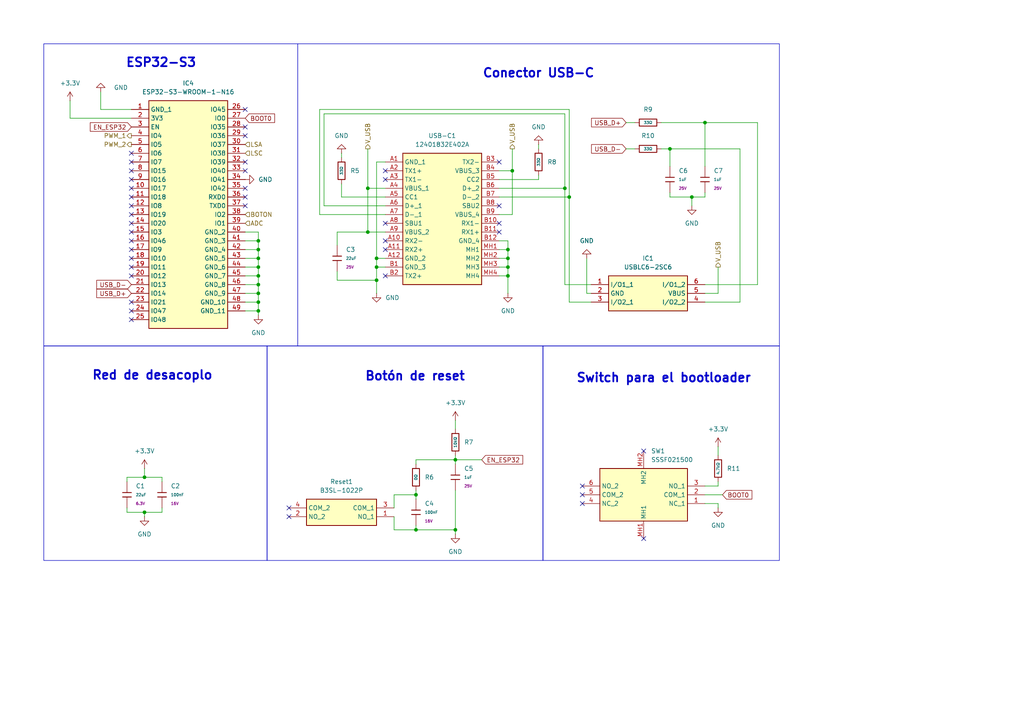
<source format=kicad_sch>
(kicad_sch (version 20250114) (generator "eeschema") (generator_version "9.0")
  (paper "A4")
  (lib_symbols
    (symbol "PCM_JLCPCB-Capacitors:0402,100nF" (pin_numbers (hide yes)) (pin_names (offset 0))
      (property "Reference" "C" (at 2.032 1.668 0))
      (property "Value" "100nF" (at 2.032 -0.3782 0))
      (property "Voltage Rated" "16V" (at 2.032 -2.0462 0))
      (symbol "0402,100nF_0_1"
        (polyline (pts (xy -1.27 0.635) (xy 1.27 0.635)) (stroke (width 0.254)))
        (polyline (pts (xy -1.27 -0.635) (xy 1.27 -0.635)) (stroke (width 0.254)))
      )
      (symbol "0402,100nF_1_1"
        (pin passive line (at 0 3.81 270) (length 3.175) (name "~") (number "1"))
        (pin passive line (at 0 -3.81 90) (length 3.175) (name "~") (number "2"))
      )
    )
    (symbol "PCM_JLCPCB-Capacitors:0402,1uF" (pin_numbers (hide yes)) (pin_names (offset 0))
      (property "Reference" "C" (at 2.032 1.668 0))
      (property "Value" "1uF" (at 2.032 -0.3782 0))
      (property "Voltage Rated" "25V" (at 2.032 -2.0462 0))
      (symbol "0402,1uF_0_1"
        (polyline (pts (xy -1.27 0.635) (xy 1.27 0.635)) (stroke (width 0.254)))
        (polyline (pts (xy -1.27 -0.635) (xy 1.27 -0.635)) (stroke (width 0.254)))
      )
      (symbol "0402,1uF_1_1"
        (pin passive line (at 0 3.81 270) (length 3.175) (name "~") (number "1"))
        (pin passive line (at 0 -3.81 90) (length 3.175) (name "~") (number "2"))
      )
    )
    (symbol "PCM_JLCPCB-Capacitors:0603,22uF" (pin_numbers (hide yes)) (pin_names (offset 0))
      (property "Reference" "C" (at 2.032 1.668 0))
      (property "Value" "22uF" (at 2.032 -0.3782 0))
      (property "Voltage Rated" "6.3V" (at 2.032 -2.0462 0))
      (symbol "0603,22uF_0_1"
        (polyline (pts (xy -1.27 0.635) (xy 1.27 0.635)) (stroke (width 0.254)))
        (polyline (pts (xy -1.27 -0.635) (xy 1.27 -0.635)) (stroke (width 0.254)))
      )
      (symbol "0603,22uF_1_1"
        (pin passive line (at 0 3.81 270) (length 3.175) (name "~") (number "1"))
        (pin passive line (at 0 -3.81 90) (length 3.175) (name "~") (number "2"))
      )
    )
    (symbol "PCM_JLCPCB-Capacitors:0805,22uF" (pin_numbers (hide yes)) (pin_names (offset 0))
      (property "Reference" "C" (at 2.032 1.668 0))
      (property "Value" "22uF" (at 2.032 -0.3782 0))
      (property "Voltage Rated" "25V" (at 2.032 -2.0462 0))
      (symbol "0805,22uF_0_1"
        (polyline (pts (xy -1.27 0.635) (xy 1.27 0.635)) (stroke (width 0.254)))
        (polyline (pts (xy -1.27 -0.635) (xy 1.27 -0.635)) (stroke (width 0.254)))
      )
      (symbol "0805,22uF_1_1"
        (pin passive line (at 0 3.81 270) (length 3.175) (name "~") (number "1"))
        (pin passive line (at 0 -3.81 90) (length 3.175) (name "~") (number "2"))
      )
    )
    (symbol "PCM_JLCPCB-Resistors:0402,0Ω" (pin_numbers (hide yes)) (pin_names (offset 0))
      (property "Reference" "R" (at 1.778 0 0))
      (property "Value" "0Ω" (at 0 0 90))
      (symbol "0402,0Ω_0_1"
        (rectangle (start -1.016 2.54) (end 1.016 -2.54) (stroke (width 0.254)))
      )
      (symbol "0402,0Ω_1_1"
        (pin passive line (at 0 3.81 270) (length 1.27) (name "~") (number "1"))
        (pin passive line (at 0 -3.81 90) (length 1.27) (name "~") (number "2"))
      )
    )
    (symbol "PCM_JLCPCB-Resistors:0603,33Ω" (pin_numbers (hide yes)) (pin_names (offset 0))
      (property "Reference" "R" (at 1.778 0 0))
      (property "Value" "33Ω" (at 0 0 90))
      (symbol "0603,33Ω_0_1"
        (rectangle (start -1.016 2.54) (end 1.016 -2.54) (stroke (width 0.254)))
      )
      (symbol "0603,33Ω_1_1"
        (pin passive line (at 0 3.81 270) (length 1.27) (name "~") (number "1"))
        (pin passive line (at 0 -3.81 90) (length 1.27) (name "~") (number "2"))
      )
    )
    (symbol "PCM_JLCPCB-Resistors:0603,4.7kΩ" (pin_numbers (hide yes)) (pin_names (offset 0))
      (property "Reference" "R" (at 1.778 0 0))
      (property "Value" "4.7kΩ" (at 0 0 90))
      (symbol "0603,4.7kΩ_0_1"
        (rectangle (start -1.016 2.54) (end 1.016 -2.54) (stroke (width 0.254)))
      )
      (symbol "0603,4.7kΩ_1_1"
        (pin passive line (at 0 3.81 270) (length 1.27) (name "~") (number "1"))
        (pin passive line (at 0 -3.81 90) (length 1.27) (name "~") (number "2"))
      )
    )
    (symbol "PCM_JLCPCB-Resistors:0805,10kΩ" (pin_numbers (hide yes)) (pin_names (offset 0))
      (property "Reference" "R" (at 1.778 0 0))
      (property "Value" "10kΩ" (at 0 0 90))
      (symbol "0805,10kΩ_0_1"
        (rectangle (start -1.016 2.54) (end 1.016 -2.54) (stroke (width 0.254)))
      )
      (symbol "0805,10kΩ_1_1"
        (pin passive line (at 0 3.81 270) (length 1.27) (name "~") (number "1"))
        (pin passive line (at 0 -3.81 90) (length 1.27) (name "~") (number "2"))
      )
    )
    (symbol "SamacSys_Parts:12401832E402A"
      (property "Reference" "J" (at 29.21 7.62 0))
      (property "Value" "12401832E402A" (at 29.21 5.08 0))
      (symbol "12401832E402A_1_1"
        (rectangle (start 5.08 2.54) (end 27.94 -35.56) (stroke (width 0.254)) (fill (type background)))
        (pin passive line (at 0 0 0) (length 5.08) (name "GND_1") (number "A1"))
        (pin passive line (at 0 -2.54 0) (length 5.08) (name "TX1+") (number "A2"))
        (pin passive line (at 0 -5.08 0) (length 5.08) (name "TX1-") (number "A3"))
        (pin passive line (at 0 -7.62 0) (length 5.08) (name "VBUS_1") (number "A4"))
        (pin passive line (at 0 -10.16 0) (length 5.08) (name "CC1") (number "A5"))
        (pin passive line (at 0 -12.7 0) (length 5.08) (name "D+_1") (number "A6"))
        (pin passive line (at 0 -15.24 0) (length 5.08) (name "D-_1") (number "A7"))
        (pin passive line (at 0 -17.78 0) (length 5.08) (name "SBU1") (number "A8"))
        (pin passive line (at 0 -20.32 0) (length 5.08) (name "VBUS_2") (number "A9"))
        (pin passive line (at 0 -22.86 0) (length 5.08) (name "RX2-") (number "A10"))
        (pin passive line (at 0 -25.4 0) (length 5.08) (name "RX2+") (number "A11"))
        (pin passive line (at 0 -27.94 0) (length 5.08) (name "GND_2") (number "A12"))
        (pin passive line (at 0 -30.48 0) (length 5.08) (name "GND_3") (number "B1"))
        (pin passive line (at 0 -33.02 0) (length 5.08) (name "TX2+") (number "B2"))
        (pin passive line (at 33.02 0 180) (length 5.08) (name "TX2-") (number "B3"))
        (pin passive line (at 33.02 -2.54 180) (length 5.08) (name "VBUS_3") (number "B4"))
        (pin passive line (at 33.02 -5.08 180) (length 5.08) (name "CC2") (number "B5"))
        (pin passive line (at 33.02 -7.62 180) (length 5.08) (name "D+_2") (number "B6"))
        (pin passive line (at 33.02 -10.16 180) (length 5.08) (name "D-_2") (number "B7"))
        (pin passive line (at 33.02 -12.7 180) (length 5.08) (name "SBU2") (number "B8"))
        (pin passive line (at 33.02 -15.24 180) (length 5.08) (name "VBUS_4") (number "B9"))
        (pin passive line (at 33.02 -17.78 180) (length 5.08) (name "RX1-") (number "B10"))
        (pin passive line (at 33.02 -20.32 180) (length 5.08) (name "RX1+") (number "B11"))
        (pin passive line (at 33.02 -22.86 180) (length 5.08) (name "GND_4") (number "B12"))
        (pin passive line (at 33.02 -25.4 180) (length 5.08) (name "MH1") (number "MH1"))
        (pin passive line (at 33.02 -27.94 180) (length 5.08) (name "MH2") (number "MH2"))
        (pin passive line (at 33.02 -30.48 180) (length 5.08) (name "MH3") (number "MH3"))
        (pin passive line (at 33.02 -33.02 180) (length 5.08) (name "MH4") (number "MH4"))
      )
    )
    (symbol "SamacSys_Parts:B3SL-1022P"
      (property "Reference" "S" (at 26.67 7.62 0))
      (property "Value" "B3SL-1022P" (at 26.67 5.08 0))
      (symbol "B3SL-1022P_1_1"
        (rectangle (start 5.08 2.54) (end 25.4 -5.08) (stroke (width 0.254)) (fill (type background)))
        (pin passive line (at 0 0 0) (length 5.08) (name "COM_2") (number "4"))
        (pin passive line (at 0 -2.54 0) (length 5.08) (name "NO_2") (number "2"))
        (pin passive line (at 30.48 0 180) (length 5.08) (name "COM_1") (number "3"))
        (pin passive line (at 30.48 -2.54 180) (length 5.08) (name "NO_1") (number "1"))
      )
    )
    (symbol "SamacSys_Parts:ESP32-S3-WROOM-1-N16"
      (property "Reference" "IC" (at 29.21 7.62 0))
      (property "Value" "ESP32-S3-WROOM-1-N16" (at 29.21 5.08 0))
      (symbol "ESP32-S3-WROOM-1-N16_1_1"
        (rectangle (start 5.08 2.54) (end 27.94 -63.5) (stroke (width 0.254)) (fill (type background)))
        (pin passive line (at 0 0 0) (length 5.08) (name "GND_1") (number "1"))
        (pin passive line (at 0 -2.54 0) (length 5.08) (name "3V3") (number "2"))
        (pin passive line (at 0 -5.08 0) (length 5.08) (name "EN") (number "3"))
        (pin passive line (at 0 -7.62 0) (length 5.08) (name "IO4") (number "4"))
        (pin passive line (at 0 -10.16 0) (length 5.08) (name "IO5") (number "5"))
        (pin passive line (at 0 -12.7 0) (length 5.08) (name "IO6") (number "6"))
        (pin passive line (at 0 -15.24 0) (length 5.08) (name "IO7") (number "7"))
        (pin passive line (at 0 -17.78 0) (length 5.08) (name "IO15") (number "8"))
        (pin passive line (at 0 -20.32 0) (length 5.08) (name "IO16") (number "9"))
        (pin passive line (at 0 -22.86 0) (length 5.08) (name "IO17") (number "10"))
        (pin passive line (at 0 -25.4 0) (length 5.08) (name "IO18") (number "11"))
        (pin passive line (at 0 -27.94 0) (length 5.08) (name "IO8") (number "12"))
        (pin passive line (at 0 -30.48 0) (length 5.08) (name "IO19") (number "13"))
        (pin passive line (at 0 -33.02 0) (length 5.08) (name "IO20") (number "14"))
        (pin passive line (at 0 -35.56 0) (length 5.08) (name "IO3") (number "15"))
        (pin passive line (at 0 -38.1 0) (length 5.08) (name "IO46") (number "16"))
        (pin passive line (at 0 -40.64 0) (length 5.08) (name "IO9") (number "17"))
        (pin passive line (at 0 -43.18 0) (length 5.08) (name "IO10") (number "18"))
        (pin passive line (at 0 -45.72 0) (length 5.08) (name "IO11") (number "19"))
        (pin passive line (at 0 -48.26 0) (length 5.08) (name "IO12") (number "20"))
        (pin passive line (at 0 -50.8 0) (length 5.08) (name "IO13") (number "21"))
        (pin passive line (at 0 -53.34 0) (length 5.08) (name "IO14") (number "22"))
        (pin passive line (at 0 -55.88 0) (length 5.08) (name "IO21") (number "23"))
        (pin passive line (at 0 -58.42 0) (length 5.08) (name "IO47") (number "24"))
        (pin passive line (at 0 -60.96 0) (length 5.08) (name "IO48") (number "25"))
        (pin passive line (at 33.02 0 180) (length 5.08) (name "IO45") (number "26"))
        (pin passive line (at 33.02 -2.54 180) (length 5.08) (name "IO0") (number "27"))
        (pin passive line (at 33.02 -5.08 180) (length 5.08) (name "IO35") (number "28"))
        (pin passive line (at 33.02 -7.62 180) (length 5.08) (name "IO36") (number "29"))
        (pin passive line (at 33.02 -10.16 180) (length 5.08) (name "IO37") (number "30"))
        (pin passive line (at 33.02 -12.7 180) (length 5.08) (name "IO38") (number "31"))
        (pin passive line (at 33.02 -15.24 180) (length 5.08) (name "IO39") (number "32"))
        (pin passive line (at 33.02 -17.78 180) (length 5.08) (name "IO40") (number "33"))
        (pin passive line (at 33.02 -20.32 180) (length 5.08) (name "IO41") (number "34"))
        (pin passive line (at 33.02 -22.86 180) (length 5.08) (name "IO42") (number "35"))
        (pin passive line (at 33.02 -25.4 180) (length 5.08) (name "RXD0") (number "36"))
        (pin passive line (at 33.02 -27.94 180) (length 5.08) (name "TXD0") (number "37"))
        (pin passive line (at 33.02 -30.48 180) (length 5.08) (name "IO2") (number "38"))
        (pin passive line (at 33.02 -33.02 180) (length 5.08) (name "IO1") (number "39"))
        (pin passive line (at 33.02 -35.56 180) (length 5.08) (name "GND_2") (number "40"))
        (pin passive line (at 33.02 -38.1 180) (length 5.08) (name "GND_3") (number "41"))
        (pin passive line (at 33.02 -40.64 180) (length 5.08) (name "GND_4") (number "42"))
        (pin passive line (at 33.02 -43.18 180) (length 5.08) (name "GND_5") (number "43"))
        (pin passive line (at 33.02 -45.72 180) (length 5.08) (name "GND_6") (number "44"))
        (pin passive line (at 33.02 -48.26 180) (length 5.08) (name "GND_7") (number "45"))
        (pin passive line (at 33.02 -50.8 180) (length 5.08) (name "GND_8") (number "46"))
        (pin passive line (at 33.02 -53.34 180) (length 5.08) (name "GND_9") (number "47"))
        (pin passive line (at 33.02 -55.88 180) (length 5.08) (name "GND_10") (number "48"))
        (pin passive line (at 33.02 -58.42 180) (length 5.08) (name "GND_11") (number "49"))
      )
    )
    (symbol "SamacSys_Parts:SSSF021500"
      (property "Reference" "S" (at 21.59 17.78 0))
      (property "Value" "SSSF021500" (at 21.59 15.24 0))
      (symbol "SSSF021500_1_1"
        (rectangle (start 5.08 12.7) (end 20.32 -12.7) (stroke (width 0.254)) (fill (type background)))
        (pin passive line (at 0 0 0) (length 5.08) (name "MH1") (number "MH1"))
        (pin passive line (at 10.16 17.78 270) (length 5.08) (name "NC_2") (number "4"))
        (pin passive line (at 10.16 -17.78 90) (length 5.08) (name "NC_1") (number "1"))
        (pin passive line (at 12.7 17.78 270) (length 5.08) (name "COM_2") (number "5"))
        (pin passive line (at 12.7 -17.78 90) (length 5.08) (name "COM_1") (number "2"))
        (pin passive line (at 15.24 17.78 270) (length 5.08) (name "NO_2") (number "6"))
        (pin passive line (at 15.24 -17.78 90) (length 5.08) (name "NO_1") (number "3"))
        (pin passive line (at 25.4 0 180) (length 5.08) (name "MH2") (number "MH2"))
      )
    )
    (symbol "SamacSys_Parts:USBLC6-2SC6"
      (property "Reference" "IC" (at 29.21 7.62 0))
      (property "Value" "USBLC6-2SC6" (at 29.21 5.08 0))
      (symbol "USBLC6-2SC6_1_1"
        (rectangle (start 5.08 2.54) (end 27.94 -7.62) (stroke (width 0.254)) (fill (type background)))
        (pin passive line (at 0 0 0) (length 5.08) (name "I/O1_1") (number "1"))
        (pin passive line (at 0 -2.54 0) (length 5.08) (name "GND") (number "2"))
        (pin passive line (at 0 -5.08 0) (length 5.08) (name "I/O2_1") (number "3"))
        (pin passive line (at 33.02 0 180) (length 5.08) (name "I/O1_2") (number "6"))
        (pin passive line (at 33.02 -2.54 180) (length 5.08) (name "VBUS") (number "5"))
        (pin passive line (at 33.02 -5.08 180) (length 5.08) (name "I/O2_2") (number "4"))
      )
    )
    (symbol "power:+3.3V" (power) (pin_numbers (hide yes)) (pin_names (offset 0) (hide yes))
      (property "Value" "+3.3V" (at 0 3.556 0))
      (symbol "+3.3V_0_1"
        (polyline (pts (xy -0.762 1.27) (xy 0 2.54)))
        (polyline (pts (xy 0 2.54) (xy 0.762 1.27)))
        (polyline (pts (xy 0 0) (xy 0 2.54)))
      )
      (symbol "+3.3V_1_1"
        (pin power_in line (at 0 0 90) (length 0) (name "~") (number "1"))
      )
    )
    (symbol "power:GND" (power) (pin_numbers (hide yes)) (pin_names (offset 0) (hide yes))
      (property "Value" "GND" (at 0 -3.81 0))
      (symbol "GND_0_1"
        (polyline (pts (xy 0 0) (xy 0 -1.27) (xy 1.27 -1.27) (xy 0 -2.54) (xy -1.27 -1.27) (xy 0 -1.27)))
      )
      (symbol "GND_1_1"
        (pin power_in line (at 0 0 270) (length 0) (name "~") (number "1"))
      )
    )
  )
  (rectangle (start 86.36 12.7) (end 226.06 100.33))
  (rectangle (start 12.7 12.7) (end 86.36 100.33))
  (rectangle (start 77.47 100.33) (end 157.48 162.56))
  (rectangle (start 157.48 100.33) (end 226.06 162.56))
  (rectangle (start 12.7 100.33) (end 77.47 162.56))
  (text "Switch para el bootloader" (at 192.532 109.728 0) (effects (font (size 2.54 2.54) (thickness 0.508) (bold yes))))
  (text "Conector USB-C" (at 156.21 21.336 0) (effects (font (size 2.54 2.54) (thickness 0.508) (bold yes))))
  (text "ESP32-S3" (at 46.736 18.288 0) (effects (font (size 2.54 2.54) (thickness 0.508) (bold yes))))
  (text "Botón de reset" (at 120.396 109.22 0) (effects (font (size 2.54 2.54) (thickness 0.508) (bold yes))))
  (text "Red de desacoplo" (at 44.196 108.966 0) (effects (font (size 2.54 2.54) (thickness 0.508) (bold yes))))
  (junction (at 109.22 74.93))
  (junction (at 74.93 74.93))
  (junction (at 194.31 43.18))
  (junction (at 74.93 90.17))
  (junction (at 163.83 54.61))
  (junction (at 147.32 74.93))
  (junction (at 147.32 72.39))
  (junction (at 120.65 143.51))
  (junction (at 74.93 85.09))
  (junction (at 106.68 67.31))
  (junction (at 74.93 72.39))
  (junction (at 165.1 57.15))
  (junction (at 147.32 80.01))
  (junction (at 132.08 133.35))
  (junction (at 74.93 87.63))
  (junction (at 106.68 54.61))
  (junction (at 74.93 80.01))
  (junction (at 147.32 77.47))
  (junction (at 109.22 81.28))
  (junction (at 120.65 153.67))
  (junction (at 74.93 82.55))
  (junction (at 132.08 153.67))
  (junction (at 204.47 35.56))
  (junction (at 41.91 138.43))
  (junction (at 74.93 77.47))
  (junction (at 74.93 69.85))
  (junction (at 41.91 148.59))
  (junction (at 109.22 77.47))
  (junction (at 148.59 49.53))
  (junction (at 200.66 57.15))
  (no_connect (at 111.76 69.85))
  (no_connect (at 38.1 44.45))
  (no_connect (at 38.1 90.17))
  (no_connect (at 144.78 64.77))
  (no_connect (at 111.76 49.53))
  (no_connect (at 168.91 146.05))
  (no_connect (at 111.76 64.77))
  (no_connect (at 144.78 59.69))
  (no_connect (at 38.1 80.01))
  (no_connect (at 83.82 149.86))
  (no_connect (at 71.12 57.15))
  (no_connect (at 71.12 49.53))
  (no_connect (at 38.1 54.61))
  (no_connect (at 38.1 69.85))
  (no_connect (at 38.1 59.69))
  (no_connect (at 38.1 77.47))
  (no_connect (at 144.78 46.99))
  (no_connect (at 38.1 87.63))
  (no_connect (at 38.1 57.15))
  (no_connect (at 38.1 64.77))
  (no_connect (at 38.1 62.23))
  (no_connect (at 71.12 39.37))
  (no_connect (at 71.12 59.69))
  (no_connect (at 38.1 49.53))
  (no_connect (at 38.1 52.07))
  (no_connect (at 186.69 130.81))
  (no_connect (at 71.12 54.61))
  (no_connect (at 38.1 46.99))
  (no_connect (at 71.12 46.99))
  (no_connect (at 168.91 140.97))
  (no_connect (at 83.82 147.32))
  (no_connect (at 71.12 36.83))
  (no_connect (at 144.78 67.31))
  (no_connect (at 168.91 143.51))
  (no_connect (at 38.1 67.31))
  (no_connect (at 111.76 80.01))
  (no_connect (at 38.1 72.39))
  (no_connect (at 111.76 52.07))
  (no_connect (at 111.76 72.39))
  (no_connect (at 38.1 74.93))
  (no_connect (at 71.12 31.75))
  (no_connect (at 186.69 156.21))
  (no_connect (at 38.1 92.71))
  (wire (pts (xy 74.93 91.44) (xy 74.93 90.17)))
  (wire (pts (xy 147.32 69.85) (xy 144.78 69.85)))
  (wire (pts (xy 120.65 152.4) (xy 120.65 153.67)))
  (wire (pts (xy 71.12 90.17) (xy 74.93 90.17)))
  (wire (pts (xy 204.47 146.05) (xy 208.28 146.05)))
  (wire (pts (xy 219.71 82.55) (xy 219.71 35.56)))
  (wire (pts (xy 165.1 57.15) (xy 144.78 57.15)))
  (wire (pts (xy 74.93 90.17) (xy 74.93 87.63)))
  (wire (pts (xy 208.28 140.97) (xy 208.28 139.7)))
  (wire (pts (xy 214.63 87.63) (xy 214.63 43.18)))
  (wire (pts (xy 147.32 80.01) (xy 147.32 85.09)))
  (wire (pts (xy 208.28 146.05) (xy 208.28 147.32)))
  (wire (pts (xy 71.12 72.39) (xy 74.93 72.39)))
  (wire (pts (xy 204.47 57.15) (xy 204.47 55.88)))
  (wire (pts (xy 20.32 29.21) (xy 20.32 34.29)))
  (wire (pts (xy 106.68 67.31) (xy 106.68 54.61)))
  (wire (pts (xy 184.15 35.56) (xy 181.61 35.56)))
  (wire (pts (xy 204.47 140.97) (xy 208.28 140.97)))
  (wire (pts (xy 191.77 35.56) (xy 204.47 35.56)))
  (wire (pts (xy 114.3 147.32) (xy 114.3 143.51)))
  (wire (pts (xy 20.32 34.29) (xy 38.1 34.29)))
  (wire (pts (xy 204.47 35.56) (xy 204.47 48.26)))
  (wire (pts (xy 144.78 74.93) (xy 147.32 74.93)))
  (wire (pts (xy 109.22 74.93) (xy 111.76 74.93)))
  (wire (pts (xy 109.22 77.47) (xy 109.22 81.28)))
  (wire (pts (xy 93.98 59.69) (xy 93.98 33.02)))
  (wire (pts (xy 147.32 80.01) (xy 147.32 77.47)))
  (wire (pts (xy 29.21 31.75) (xy 38.1 31.75)))
  (wire (pts (xy 132.08 121.92) (xy 132.08 124.46)))
  (wire (pts (xy 170.18 85.09) (xy 171.45 85.09)))
  (wire (pts (xy 144.78 52.07) (xy 156.21 52.07)))
  (wire (pts (xy 99.06 44.45) (xy 99.06 45.72)))
  (wire (pts (xy 148.59 49.53) (xy 148.59 43.18)))
  (wire (pts (xy 114.3 143.51) (xy 120.65 143.51)))
  (wire (pts (xy 165.1 87.63) (xy 165.1 57.15)))
  (wire (pts (xy 92.71 62.23) (xy 92.71 31.75)))
  (wire (pts (xy 163.83 82.55) (xy 163.83 54.61)))
  (wire (pts (xy 144.78 77.47) (xy 147.32 77.47)))
  (wire (pts (xy 71.12 74.93) (xy 74.93 74.93)))
  (wire (pts (xy 97.79 67.31) (xy 106.68 67.31)))
  (wire (pts (xy 194.31 57.15) (xy 200.66 57.15)))
  (wire (pts (xy 109.22 77.47) (xy 109.22 74.93)))
  (wire (pts (xy 74.93 85.09) (xy 74.93 82.55)))
  (wire (pts (xy 120.65 133.35) (xy 132.08 133.35)))
  (wire (pts (xy 46.99 147.32) (xy 46.99 148.59)))
  (wire (pts (xy 156.21 52.07) (xy 156.21 50.8)))
  (wire (pts (xy 163.83 54.61) (xy 144.78 54.61)))
  (wire (pts (xy 36.83 148.59) (xy 41.91 148.59)))
  (wire (pts (xy 74.93 82.55) (xy 74.93 80.01)))
  (wire (pts (xy 144.78 72.39) (xy 147.32 72.39)))
  (wire (pts (xy 144.78 49.53) (xy 148.59 49.53)))
  (wire (pts (xy 191.77 43.18) (xy 194.31 43.18)))
  (wire (pts (xy 204.47 82.55) (xy 219.71 82.55)))
  (wire (pts (xy 97.79 81.28) (xy 109.22 81.28)))
  (wire (pts (xy 36.83 138.43) (xy 41.91 138.43)))
  (wire (pts (xy 208.28 129.54) (xy 208.28 132.08)))
  (wire (pts (xy 93.98 33.02) (xy 163.83 33.02)))
  (wire (pts (xy 171.45 82.55) (xy 163.83 82.55)))
  (wire (pts (xy 106.68 54.61) (xy 111.76 54.61)))
  (wire (pts (xy 111.76 59.69) (xy 93.98 59.69)))
  (wire (pts (xy 114.3 153.67) (xy 120.65 153.67)))
  (wire (pts (xy 171.45 87.63) (xy 165.1 87.63)))
  (wire (pts (xy 170.18 74.93) (xy 170.18 85.09)))
  (wire (pts (xy 29.21 26.67) (xy 29.21 31.75)))
  (wire (pts (xy 120.65 142.24) (xy 120.65 143.51)))
  (wire (pts (xy 106.68 43.18) (xy 106.68 54.61)))
  (wire (pts (xy 41.91 148.59) (xy 46.99 148.59)))
  (wire (pts (xy 144.78 80.01) (xy 147.32 80.01)))
  (wire (pts (xy 132.08 153.67) (xy 132.08 154.94)))
  (wire (pts (xy 132.08 132.08) (xy 132.08 133.35)))
  (wire (pts (xy 41.91 135.89) (xy 41.91 138.43)))
  (wire (pts (xy 71.12 87.63) (xy 74.93 87.63)))
  (wire (pts (xy 111.76 46.99) (xy 109.22 46.99)))
  (wire (pts (xy 74.93 69.85) (xy 74.93 67.31)))
  (wire (pts (xy 204.47 87.63) (xy 214.63 87.63)))
  (wire (pts (xy 36.83 139.7) (xy 36.83 138.43)))
  (wire (pts (xy 71.12 77.47) (xy 74.93 77.47)))
  (wire (pts (xy 204.47 143.51) (xy 209.55 143.51)))
  (wire (pts (xy 36.83 147.32) (xy 36.83 148.59)))
  (wire (pts (xy 165.1 31.75) (xy 165.1 57.15)))
  (wire (pts (xy 74.93 80.01) (xy 74.93 77.47)))
  (wire (pts (xy 204.47 85.09) (xy 208.28 85.09)))
  (wire (pts (xy 99.06 53.34) (xy 99.06 57.15)))
  (wire (pts (xy 200.66 57.15) (xy 204.47 57.15)))
  (wire (pts (xy 74.93 74.93) (xy 74.93 72.39)))
  (wire (pts (xy 92.71 31.75) (xy 165.1 31.75)))
  (wire (pts (xy 120.65 153.67) (xy 132.08 153.67)))
  (wire (pts (xy 132.08 133.35) (xy 139.7 133.35)))
  (wire (pts (xy 109.22 81.28) (xy 109.22 85.09)))
  (wire (pts (xy 74.93 77.47) (xy 74.93 74.93)))
  (wire (pts (xy 144.78 62.23) (xy 148.59 62.23)))
  (wire (pts (xy 74.93 87.63) (xy 74.93 85.09)))
  (wire (pts (xy 132.08 133.35) (xy 132.08 134.62)))
  (wire (pts (xy 219.71 35.56) (xy 204.47 35.56)))
  (wire (pts (xy 97.79 71.12) (xy 97.79 67.31)))
  (wire (pts (xy 74.93 72.39) (xy 74.93 69.85)))
  (wire (pts (xy 200.66 57.15) (xy 200.66 59.69)))
  (wire (pts (xy 74.93 67.31) (xy 71.12 67.31)))
  (wire (pts (xy 109.22 46.99) (xy 109.22 74.93)))
  (wire (pts (xy 156.21 41.91) (xy 156.21 43.18)))
  (wire (pts (xy 71.12 69.85) (xy 74.93 69.85)))
  (wire (pts (xy 147.32 72.39) (xy 147.32 69.85)))
  (wire (pts (xy 147.32 74.93) (xy 147.32 72.39)))
  (wire (pts (xy 41.91 138.43) (xy 46.99 138.43)))
  (wire (pts (xy 99.06 57.15) (xy 111.76 57.15)))
  (wire (pts (xy 120.65 133.35) (xy 120.65 134.62)))
  (wire (pts (xy 46.99 138.43) (xy 46.99 139.7)))
  (wire (pts (xy 111.76 67.31) (xy 106.68 67.31)))
  (wire (pts (xy 41.91 148.59) (xy 41.91 149.86)))
  (wire (pts (xy 114.3 149.86) (xy 114.3 153.67)))
  (wire (pts (xy 97.79 78.74) (xy 97.79 81.28)))
  (wire (pts (xy 71.12 80.01) (xy 74.93 80.01)))
  (wire (pts (xy 120.65 143.51) (xy 120.65 144.78)))
  (wire (pts (xy 194.31 43.18) (xy 214.63 43.18)))
  (wire (pts (xy 148.59 62.23) (xy 148.59 49.53)))
  (wire (pts (xy 71.12 85.09) (xy 74.93 85.09)))
  (wire (pts (xy 132.08 142.24) (xy 132.08 153.67)))
  (wire (pts (xy 147.32 77.47) (xy 147.32 74.93)))
  (wire (pts (xy 184.15 43.18) (xy 181.61 43.18)))
  (wire (pts (xy 194.31 55.88) (xy 194.31 57.15)))
  (wire (pts (xy 163.83 33.02) (xy 163.83 54.61)))
  (wire (pts (xy 194.31 43.18) (xy 194.31 48.26)))
  (wire (pts (xy 71.12 82.55) (xy 74.93 82.55)))
  (wire (pts (xy 109.22 77.47) (xy 111.76 77.47)))
  (wire (pts (xy 111.76 62.23) (xy 92.71 62.23)))
  (wire (pts (xy 208.28 85.09) (xy 208.28 77.47)))
  (global_label "USB_D+" (shape input) (at 181.61 35.56 180) (property "Intersheetrefs" "${INTERSHEET_REFS}" (effects (hide yes))))
  (global_label "BOOT0" (shape input) (at 209.55 143.51 0) (property "Intersheetrefs" "${INTERSHEET_REFS}" (effects (hide yes))))
  (global_label "EN_ESP32" (shape input) (at 139.7 133.35 0) (property "Intersheetrefs" "${INTERSHEET_REFS}" (effects (hide yes))))
  (global_label "EN_ESP32" (shape input) (at 38.1 36.83 180) (property "Intersheetrefs" "${INTERSHEET_REFS}" (effects (hide yes))))
  (global_label "BOOT0" (shape input) (at 71.12 34.29 0) (property "Intersheetrefs" "${INTERSHEET_REFS}" (effects (hide yes))))
  (global_label "USB_D-" (shape input) (at 181.61 43.18 180) (property "Intersheetrefs" "${INTERSHEET_REFS}" (effects (hide yes))))
  (global_label "USB_D-" (shape input) (at 38.1 82.55 180) (property "Intersheetrefs" "${INTERSHEET_REFS}" (effects (hide yes))))
  (global_label "USB_D+" (shape input) (at 38.1 85.09 180) (property "Intersheetrefs" "${INTERSHEET_REFS}" (effects (hide yes))))
  (hierarchical_label "V_USB" (shape output) (at 208.28 77.47 90))
  (hierarchical_label "V_USB" (shape output) (at 106.68 43.18 90))
  (hierarchical_label "BOTON" (shape input) (at 71.12 62.23 0))
  (hierarchical_label "LSC" (shape input) (at 71.12 44.45 0))
  (hierarchical_label "LSA" (shape input) (at 71.12 41.91 0))
  (hierarchical_label "V_USB" (shape output) (at 148.59 43.18 90))
  (hierarchical_label "ADC" (shape input) (at 71.12 64.77 0))
  (hierarchical_label "PWM_1" (shape output) (at 38.1 39.37 180))
  (hierarchical_label "PWM_2" (shape output) (at 38.1 41.91 180))
  (symbol (lib_id "power:+3.3V") (at 132.08 121.92 0) (unit 1)
    (property "Reference" "#PWR016" (effects (hide yes)))
    (property "Value" "+3.3V" (at 132.08 116.84 0))
    (property "Description" "Power symbol creates a global label with name \"+3.3V\"" (effects (hide yes)))
  )
  (symbol (lib_id "power:GND") (at 170.18 74.93 180) (unit 1)
    (property "Reference" "#PWR020" (effects (hide yes)))
    (property "Value" "GND" (at 170.18 69.85 0))
    (property "Description" "Power symbol creates a global label with name \"GND\" , ground" (effects (hide yes)))
  )
  (symbol (lib_id "PCM_JLCPCB-Resistors:0805,10kΩ") (at 132.08 128.27 0) (unit 1)
    (property "Reference" "R7" (at 134.62 128.2699 0) (effects (justify left)))
    (property "Value" "10kΩ" (at 132.08 128.27 90) (effects (font (size 0.8 0.8))))
    (property "Footprint" "PCM_JLCPCB:R_0805" (effects (hide yes)))
    (property "Datasheet" "https://www.lcsc.com/datasheet/lcsc_datasheet_2411221126_UNI-ROYAL-Uniroyal-Elec-0805W8F1002T5E_C17414.pdf" (effects (hide yes)))
    (property "Description" "125mW Thick Film Resistors 150V ±100ppm/°C ±1% 10kΩ 0805 Chip Resistor - Surface Mount ROHS" (effects (hide yes)))
    (property "LCSC" "C17414" (effects (hide yes)))
    (property "Stock" "13265307" (effects (hide yes)))
    (property "Price" "0.005USD" (effects (hide yes)))
    (property "Process" "SMT" (effects (hide yes)))
    (property "Minimum Qty" "20" (effects (hide yes)))
    (property "Attrition Qty" "10" (effects (hide yes)))
    (property "Class" "Basic Component" (effects (hide yes)))
    (property "Category" "Resistors,Chip Resistor - Surface Mount" (effects (hide yes)))
    (property "Manufacturer" "UNI-ROYAL(Uniroyal Elec)" (effects (hide yes)))
    (property "Part" "0805W8F1002T5E" (effects (hide yes)))
    (property "Resistance" "10kΩ" (effects (hide yes)))
    (property "Power(Watts)" "125mW" (effects (hide yes)))
    (property "Type" "Thick Film Resistors" (effects (hide yes)))
    (property "Overload Voltage (Max)" "150V" (effects (hide yes)))
    (property "Operating Temperature Range" "-55°C~+155°C" (effects (hide yes)))
    (property "Tolerance" "±1%" (effects (hide yes)))
    (property "Temperature Coefficient" "±100ppm/°C" (effects (hide yes)))
  )
  (symbol (lib_id "PCM_JLCPCB-Capacitors:0402,100nF") (at 46.99 143.51 0) (unit 1)
    (property "Reference" "C2" (at 49.53 140.9699 0) (effects (justify left)))
    (property "Value" "100nF" (at 49.53 143.51 0) (effects (font (size 0.8 0.8)) (justify left)))
    (property "Footprint" "PCM_JLCPCB:C_0402" (effects (hide yes)))
    (property "Datasheet" "https://www.lcsc.com/datasheet/lcsc_datasheet_2304140030_Samsung-Electro-Mechanics-CL05B104KO5NNNC_C1525.pdf" (effects (hide yes)))
    (property "Description" "16V 100nF X7R ±10% 0402 Multilayer Ceramic Capacitors MLCC - SMD/SMT ROHS" (effects (hide yes)))
    (property "LCSC" "C1525" (effects (hide yes)))
    (property "Stock" "17299152" (effects (hide yes)))
    (property "Price" "0.004USD" (effects (hide yes)))
    (property "Process" "SMT" (effects (hide yes)))
    (property "Minimum Qty" "20" (effects (hide yes)))
    (property "Attrition Qty" "10" (effects (hide yes)))
    (property "Class" "Basic Component" (effects (hide yes)))
    (property "Category" "Capacitors,Multilayer Ceramic Capacitors MLCC - SMD/SMT" (effects (hide yes)))
    (property "Manufacturer" "Samsung Electro-Mechanics" (effects (hide yes)))
    (property "Part" "CL05B104KO5NNNC" (effects (hide yes)))
    (property "Voltage Rated" "16V" (at 49.53 146.05 0) (effects (font (size 0.8 0.8)) (justify left)))
    (property "Tolerance" "±10%" (effects (hide yes)))
    (property "Capacitance" "100nF" (effects (hide yes)))
    (property "Temperature Coefficient" "X7R" (effects (hide yes)))
  )
  (symbol (lib_id "PCM_JLCPCB-Capacitors:0402,1uF") (at 204.47 52.07 0) (unit 1)
    (property "Reference" "C7" (at 207.01 49.5299 0) (effects (justify left)))
    (property "Value" "1uF" (at 207.01 52.07 0) (effects (font (size 0.8 0.8)) (justify left)))
    (property "Footprint" "PCM_JLCPCB:C_0402" (effects (hide yes)))
    (property "Datasheet" "https://www.lcsc.com/datasheet/lcsc_datasheet_2304140030_Samsung-Electro-Mechanics-CL05A105KA5NQNC_C52923.pdf" (effects (hide yes)))
    (property "Description" "25V 1uF X5R ±10% 0402 Multilayer Ceramic Capacitors MLCC - SMD/SMT ROHS" (effects (hide yes)))
    (property "LCSC" "C52923" (effects (hide yes)))
    (property "Stock" "5086284" (effects (hide yes)))
    (property "Price" "0.006USD" (effects (hide yes)))
    (property "Process" "SMT" (effects (hide yes)))
    (property "Minimum Qty" "20" (effects (hide yes)))
    (property "Attrition Qty" "10" (effects (hide yes)))
    (property "Class" "Basic Component" (effects (hide yes)))
    (property "Category" "Capacitors,Multilayer Ceramic Capacitors MLCC - SMD/SMT" (effects (hide yes)))
    (property "Manufacturer" "Samsung Electro-Mechanics" (effects (hide yes)))
    (property "Part" "CL05A105KA5NQNC" (effects (hide yes)))
    (property "Voltage Rated" "25V" (at 207.01 54.61 0) (effects (font (size 0.8 0.8)) (justify left)))
    (property "Tolerance" "±10%" (effects (hide yes)))
    (property "Capacitance" "1uF" (effects (hide yes)))
    (property "Temperature Coefficient" "X5R" (effects (hide yes)))
  )
  (symbol (lib_id "power:GND") (at 99.06 44.45 180) (unit 1)
    (property "Reference" "#PWR014" (effects (hide yes)))
    (property "Value" "GND" (at 99.06 39.37 0))
    (property "Description" "Power symbol creates a global label with name \"GND\" , ground" (effects (hide yes)))
  )
  (symbol (lib_id "power:GND") (at 208.28 147.32 0) (unit 1)
    (property "Reference" "#PWR023" (effects (hide yes)))
    (property "Value" "GND" (at 208.28 152.4 0))
    (property "Description" "Power symbol creates a global label with name \"GND\" , ground" (effects (hide yes)))
  )
  (symbol (lib_id "PCM_JLCPCB-Capacitors:0603,22uF") (at 36.83 143.51 0) (unit 1)
    (property "Reference" "C1" (at 39.37 140.9699 0) (effects (justify left)))
    (property "Value" "22uF" (at 39.37 143.51 0) (effects (font (size 0.8 0.8)) (justify left)))
    (property "Footprint" "PCM_JLCPCB:C_0603" (effects (hide yes)))
    (property "Datasheet" "https://www.lcsc.com/datasheet/lcsc_datasheet_2304140030_Samsung-Electro-Mechanics-CL10A226MQ8NRNC_C59461.pdf" (effects (hide yes)))
    (property "Description" "6.3V 22uF X5R ±20% 0603 Multilayer Ceramic Capacitors MLCC - SMD/SMT ROHS" (effects (hide yes)))
    (property "LCSC" "C59461" (effects (hide yes)))
    (property "Stock" "4782535" (effects (hide yes)))
    (property "Price" "0.010USD" (effects (hide yes)))
    (property "Process" "SMT" (effects (hide yes)))
    (property "Minimum Qty" "20" (effects (hide yes)))
    (property "Attrition Qty" "10" (effects (hide yes)))
    (property "Class" "Basic Component" (effects (hide yes)))
    (property "Category" "Capacitors,Multilayer Ceramic Capacitors MLCC - SMD/SMT" (effects (hide yes)))
    (property "Manufacturer" "Samsung Electro-Mechanics" (effects (hide yes)))
    (property "Part" "CL10A226MQ8NRNC" (effects (hide yes)))
    (property "Voltage Rated" "6.3V" (at 39.37 146.05 0) (effects (font (size 0.8 0.8)) (justify left)))
    (property "Tolerance" "±20%" (effects (hide yes)))
    (property "Capacitance" "22uF" (effects (hide yes)))
    (property "Temperature Coefficient" "X5R" (effects (hide yes)))
  )
  (symbol (lib_id "PCM_JLCPCB-Resistors:0603,33Ω") (at 187.96 35.56 270) (mirror x) (unit 1)
    (property "Reference" "R9" (at 187.96 31.75 90))
    (property "Value" "33Ω" (at 187.96 35.56 90) (effects (font (size 0.8 0.8))))
    (property "Footprint" "PCM_JLCPCB:R_0603" (effects (hide yes)))
    (property "Datasheet" "https://www.lcsc.com/datasheet/lcsc_datasheet_2206010116_UNI-ROYAL-Uniroyal-Elec-0603WAF330JT5E_C23140.pdf" (effects (hide yes)))
    (property "Description" "100mW Thick Film Resistors 75V ±100ppm/°C ±1% 33Ω 0603 Chip Resistor - Surface Mount ROHS" (effects (hide yes)))
    (property "LCSC" "C23140" (effects (hide yes)))
    (property "Stock" "1198495" (effects (hide yes)))
    (property "Price" "0.004USD" (effects (hide yes)))
    (property "Process" "SMT" (effects (hide yes)))
    (property "Minimum Qty" "20" (effects (hide yes)))
    (property "Attrition Qty" "10" (effects (hide yes)))
    (property "Class" "Basic Component" (effects (hide yes)))
    (property "Category" "Resistors,Chip Resistor - Surface Mount" (effects (hide yes)))
    (property "Manufacturer" "UNI-ROYAL(Uniroyal Elec)" (effects (hide yes)))
    (property "Part" "0603WAF330JT5E" (effects (hide yes)))
    (property "Resistance" "33Ω" (effects (hide yes)))
    (property "Power(Watts)" "100mW" (effects (hide yes)))
    (property "Type" "Thick Film Resistors" (effects (hide yes)))
    (property "Overload Voltage (Max)" "75V" (effects (hide yes)))
    (property "Operating Temperature Range" "-55°C~+155°C" (effects (hide yes)))
    (property "Tolerance" "±1%" (effects (hide yes)))
    (property "Temperature Coefficient" "±100ppm/°C" (effects (hide yes)))
  )
  (symbol (lib_id "power:+3.3V") (at 20.32 29.21 0) (unit 1)
    (property "Reference" "#PWR011" (effects (hide yes)))
    (property "Value" "+3.3V" (at 20.32 24.13 0))
    (property "Description" "Power symbol creates a global label with name \"+3.3V\"" (effects (hide yes)))
  )
  (symbol (lib_id "PCM_JLCPCB-Resistors:0603,33Ω") (at 99.06 49.53 0) (unit 1)
    (property "Reference" "R5" (at 101.6 49.5299 0) (effects (justify left)))
    (property "Value" "33Ω" (at 99.06 49.53 90) (effects (font (size 0.8 0.8))))
    (property "Footprint" "PCM_JLCPCB:R_0603" (effects (hide yes)))
    (property "Datasheet" "https://www.lcsc.com/datasheet/lcsc_datasheet_2206010116_UNI-ROYAL-Uniroyal-Elec-0603WAF330JT5E_C23140.pdf" (effects (hide yes)))
    (property "Description" "100mW Thick Film Resistors 75V ±100ppm/°C ±1% 33Ω 0603 Chip Resistor - Surface Mount ROHS" (effects (hide yes)))
    (property "LCSC" "C23140" (effects (hide yes)))
    (property "Stock" "1198495" (effects (hide yes)))
    (property "Price" "0.004USD" (effects (hide yes)))
    (property "Process" "SMT" (effects (hide yes)))
    (property "Minimum Qty" "20" (effects (hide yes)))
    (property "Attrition Qty" "10" (effects (hide yes)))
    (property "Class" "Basic Component" (effects (hide yes)))
    (property "Category" "Resistors,Chip Resistor - Surface Mount" (effects (hide yes)))
    (property "Manufacturer" "UNI-ROYAL(Uniroyal Elec)" (effects (hide yes)))
    (property "Part" "0603WAF330JT5E" (effects (hide yes)))
    (property "Resistance" "33Ω" (effects (hide yes)))
    (property "Power(Watts)" "100mW" (effects (hide yes)))
    (property "Type" "Thick Film Resistors" (effects (hide yes)))
    (property "Overload Voltage (Max)" "75V" (effects (hide yes)))
    (property "Operating Temperature Range" "-55°C~+155°C" (effects (hide yes)))
    (property "Tolerance" "±1%" (effects (hide yes)))
    (property "Temperature Coefficient" "±100ppm/°C" (effects (hide yes)))
  )
  (symbol (lib_id "SamacSys_Parts:B3SL-1022P") (at 83.82 147.32 0) (unit 1)
    (property "Reference" "Reset1" (at 99.06 139.7 0))
    (property "Value" "B3SL-1022P" (at 99.06 142.24 0))
    (property "Footprint" "SamacSys_Parts:B3SL1022P" (effects (hide yes)))
    (property "Datasheet" "https://www.omron.com/ecb/products/pdf/en-b3sl.pdf" (effects (hide yes)))
    (property "Description" "OMRON ELECTRONIC COMPONENTS - B3SL-1022P.. - SWITCH, SPST, 0.05A, 12VDC, SMD" (effects (hide yes)))
    (property "Height" "3.8" (effects (hide yes)))
    (property "Manufacturer_Name" "Omron Electronics" (effects (hide yes)))
    (property "Manufacturer_Part_Number" "B3SL-1022P" (effects (hide yes)))
    (property "Mouser Part Number" "653-B3SL-1022P" (effects (hide yes)))
    (property "Mouser Price/Stock" "https://www.mouser.co.uk/ProductDetail/Omron-Electronics/B3SL-1022P?qs=h8kCHL4kpM7Kb%2F3YbWgTRQ%3D%3D" (effects (hide yes)))
    (property "Arrow Part Number" "B3SL-1022P" (effects (hide yes)))
    (property "Arrow Price/Stock" "https://www.arrow.com/en/products/b3sl-1022p/omron?region=nac" (effects (hide yes)))
  )
  (symbol (lib_id "PCM_JLCPCB-Resistors:0402,0Ω") (at 120.65 138.43 0) (unit 1)
    (property "Reference" "R6" (at 123.19 138.4299 0) (effects (justify left)))
    (property "Value" "0Ω" (at 120.65 138.43 90) (effects (font (size 0.8 0.8))))
    (property "Footprint" "PCM_JLCPCB:R_0402" (effects (hide yes)))
    (property "Datasheet" "https://www.lcsc.com/datasheet/lcsc_datasheet_2206010216_UNI-ROYAL-Uniroyal-Elec-0402WGF0000TCE_C17168.pdf" (effects (hide yes)))
    (property "Description" "62.5mW Thick Film Resistors 50V ±800ppm/°C ±1% 0Ω 0402 Chip Resistor - Surface Mount ROHS" (effects (hide yes)))
    (property "LCSC" "C17168" (effects (hide yes)))
    (property "Stock" "5719404" (effects (hide yes)))
    (property "Price" "0.004USD" (effects (hide yes)))
    (property "Process" "SMT" (effects (hide yes)))
    (property "Minimum Qty" "20" (effects (hide yes)))
    (property "Attrition Qty" "10" (effects (hide yes)))
    (property "Class" "Basic Component" (effects (hide yes)))
    (property "Category" "Resistors,Chip Resistor - Surface Mount" (effects (hide yes)))
    (property "Manufacturer" "UNI-ROYAL(Uniroyal Elec)" (effects (hide yes)))
    (property "Part" "0402WGF0000TCE" (effects (hide yes)))
    (property "Resistance" "0Ω" (effects (hide yes)))
    (property "Power(Watts)" "62.5mW" (effects (hide yes)))
    (property "Type" "Thick Film Resistors" (effects (hide yes)))
    (property "Overload Voltage (Max)" "50V" (effects (hide yes)))
    (property "Operating Temperature Range" "-55°C~+155°C" (effects (hide yes)))
    (property "Tolerance" "±1%" (effects (hide yes)))
    (property "Temperature Coefficient" "±800ppm/°C" (effects (hide yes)))
  )
  (symbol (lib_id "PCM_JLCPCB-Resistors:0603,4.7kΩ") (at 208.28 135.89 180) (unit 1)
    (property "Reference" "R11" (at 210.82 135.8899 0) (effects (justify right)))
    (property "Value" "4.7kΩ" (at 208.28 135.89 90) (effects (font (size 0.8 0.8))))
    (property "Footprint" "PCM_JLCPCB:R_0603" (effects (hide yes)))
    (property "Datasheet" "https://www.lcsc.com/datasheet/lcsc_datasheet_2206010116_UNI-ROYAL-Uniroyal-Elec-0603WAF4701T5E_C23162.pdf" (effects (hide yes)))
    (property "Description" "100mW Thick Film Resistors 75V ±100ppm/°C ±1% 4.7kΩ 0603 Chip Resistor - Surface Mount ROHS" (effects (hide yes)))
    (property "LCSC" "C23162" (effects (hide yes)))
    (property "Stock" "5960819" (effects (hide yes)))
    (property "Price" "0.004USD" (effects (hide yes)))
    (property "Process" "SMT" (effects (hide yes)))
    (property "Minimum Qty" "20" (effects (hide yes)))
    (property "Attrition Qty" "10" (effects (hide yes)))
    (property "Class" "Basic Component" (effects (hide yes)))
    (property "Category" "Resistors,Chip Resistor - Surface Mount" (effects (hide yes)))
    (property "Manufacturer" "UNI-ROYAL(Uniroyal Elec)" (effects (hide yes)))
    (property "Part" "0603WAF4701T5E" (effects (hide yes)))
    (property "Resistance" "4.7kΩ" (effects (hide yes)))
    (property "Power(Watts)" "100mW" (effects (hide yes)))
    (property "Type" "Thick Film Resistors" (effects (hide yes)))
    (property "Overload Voltage (Max)" "75V" (effects (hide yes)))
    (property "Operating Temperature Range" "-55°C~+155°C" (effects (hide yes)))
    (property "Tolerance" "±1%" (effects (hide yes)))
    (property "Temperature Coefficient" "±100ppm/°C" (effects (hide yes)))
  )
  (symbol (lib_id "PCM_JLCPCB-Resistors:0603,33Ω") (at 156.21 46.99 0) (unit 1)
    (property "Reference" "R8" (at 158.75 46.9899 0) (effects (justify left)))
    (property "Value" "33Ω" (at 156.21 46.99 90) (effects (font (size 0.8 0.8))))
    (property "Footprint" "PCM_JLCPCB:R_0603" (effects (hide yes)))
    (property "Datasheet" "https://www.lcsc.com/datasheet/lcsc_datasheet_2206010116_UNI-ROYAL-Uniroyal-Elec-0603WAF330JT5E_C23140.pdf" (effects (hide yes)))
    (property "Description" "100mW Thick Film Resistors 75V ±100ppm/°C ±1% 33Ω 0603 Chip Resistor - Surface Mount ROHS" (effects (hide yes)))
    (property "LCSC" "C23140" (effects (hide yes)))
    (property "Stock" "1198495" (effects (hide yes)))
    (property "Price" "0.004USD" (effects (hide yes)))
    (property "Process" "SMT" (effects (hide yes)))
    (property "Minimum Qty" "20" (effects (hide yes)))
    (property "Attrition Qty" "10" (effects (hide yes)))
    (property "Class" "Basic Component" (effects (hide yes)))
    (property "Category" "Resistors,Chip Resistor - Surface Mount" (effects (hide yes)))
    (property "Manufacturer" "UNI-ROYAL(Uniroyal Elec)" (effects (hide yes)))
    (property "Part" "0603WAF330JT5E" (effects (hide yes)))
    (property "Resistance" "33Ω" (effects (hide yes)))
    (property "Power(Watts)" "100mW" (effects (hide yes)))
    (property "Type" "Thick Film Resistors" (effects (hide yes)))
    (property "Overload Voltage (Max)" "75V" (effects (hide yes)))
    (property "Operating Temperature Range" "-55°C~+155°C" (effects (hide yes)))
    (property "Tolerance" "±1%" (effects (hide yes)))
    (property "Temperature Coefficient" "±100ppm/°C" (effects (hide yes)))
  )
  (symbol (lib_id "power:GND") (at 29.21 26.67 180) (unit 1)
    (property "Reference" "#PWR012" (effects (hide yes)))
    (property "Value" "GND" (at 33.02 25.3999 0) (effects (justify right)))
    (property "Description" "Power symbol creates a global label with name \"GND\" , ground" (effects (hide yes)))
  )
  (symbol (lib_id "SamacSys_Parts:USBLC6-2SC6") (at 171.45 82.55 0) (unit 1)
    (property "Reference" "IC1" (at 187.96 74.93 0))
    (property "Value" "USBLC6-2SC6" (at 187.96 77.47 0))
    (property "Footprint" "SamacSys_Parts:SOT95P280X145-6N" (effects (hide yes)))
    (property "Datasheet" "http://www.st.com/st-web-ui/static/active/en/resource/technical/document/datasheet/CD00050750.pdf" (effects (hide yes)))
    (property "Description" "TVS Diode Array Uni-Directional USBLC6-2SC6 17V, SOT-23 6-Pin" (effects (hide yes)))
    (property "Height" "1.45" (effects (hide yes)))
    (property "Manufacturer_Name" "STMicroelectronics" (effects (hide yes)))
    (property "Manufacturer_Part_Number" "USBLC6-2SC6" (effects (hide yes)))
    (property "Mouser Part Number" "511-USBLC6-2SC6" (effects (hide yes)))
    (property "Mouser Price/Stock" "https://www.mouser.co.uk/ProductDetail/STMicroelectronics/USBLC6-2SC6?qs=po45yt2pPpu%2FhNIlwQdTlg%3D%3D" (effects (hide yes)))
    (property "Arrow Part Number" "USBLC6-2SC6" (effects (hide yes)))
    (property "Arrow Price/Stock" "https://www.arrow.com/en/products/usblc6-2sc6/stmicroelectronics?utm_currency=USD&region=europe" (effects (hide yes)))
  )
  (symbol (lib_id "SamacSys_Parts:12401832E402A") (at 111.76 46.99 0) (unit 1)
    (property "Reference" "USB-C1" (at 128.27 39.37 0))
    (property "Value" "12401832E402A" (at 128.27 41.91 0))
    (property "Footprint" "SamacSys_Parts:12401832E402A" (effects (hide yes)))
    (property "Datasheet" "https://cdn.amphenol-cs.com/media/wysiwyg/files/documentation/datasheet/inputoutput/io_usb_type_c.pdf" (effects (hide yes)))
    (property "Description" "USB3.2 GEN2, Type C, Top mount, CH 1.58mm, Dual Row SMT" (effects (hide yes)))
    (property "Height" "3.53" (effects (hide yes)))
    (property "Manufacturer_Name" "Amphenol Communications Solutions" (effects (hide yes)))
    (property "Manufacturer_Part_Number" "12401832E402A" (effects (hide yes)))
    (property "Mouser Part Number" "523-12401832E402A" (effects (hide yes)))
    (property "Mouser Price/Stock" "https://www.mouser.co.uk/ProductDetail/Amphenol-Commercial-Products/12401832E402A?qs=5aG0NVq1C4zkz1mXTcv%2FVQ%3D%3D" (effects (hide yes)))
    (property "Arrow Part Number" "12401832E402A" (effects (hide yes)))
    (property "Arrow Price/Stock" "https://www.arrow.com/en/products/12401832e402a/amphenol-fci?utm_currency=USD&region=nac" (effects (hide yes)))
  )
  (symbol (lib_id "PCM_JLCPCB-Capacitors:0805,22uF") (at 97.79 74.93 0) (unit 1)
    (property "Reference" "C3" (at 100.33 72.3899 0) (effects (justify left)))
    (property "Value" "22uF" (at 100.33 74.93 0) (effects (font (size 0.8 0.8)) (justify left)))
    (property "Footprint" "PCM_JLCPCB:C_0805" (effects (hide yes)))
    (property "Datasheet" "https://www.lcsc.com/datasheet/lcsc_datasheet_2304140030_Samsung-Electro-Mechanics-CL21A226MAQNNNE_C45783.pdf" (effects (hide yes)))
    (property "Description" "25V 22uF X5R ±20% 0805 Multilayer Ceramic Capacitors MLCC - SMD/SMT ROHS" (effects (hide yes)))
    (property "LCSC" "C45783" (effects (hide yes)))
    (property "Stock" "1873210" (effects (hide yes)))
    (property "Price" "0.024USD" (effects (hide yes)))
    (property "Process" "SMT" (effects (hide yes)))
    (property "Minimum Qty" "20" (effects (hide yes)))
    (property "Attrition Qty" "6" (effects (hide yes)))
    (property "Class" "Basic Component" (effects (hide yes)))
    (property "Category" "Capacitors,Multilayer Ceramic Capacitors MLCC - SMD/SMT" (effects (hide yes)))
    (property "Manufacturer" "Samsung Electro-Mechanics" (effects (hide yes)))
    (property "Part" "CL21A226MAQNNNE" (effects (hide yes)))
    (property "Voltage Rated" "25V" (at 100.33 77.47 0) (effects (font (size 0.8 0.8)) (justify left)))
    (property "Tolerance" "±20%" (effects (hide yes)))
    (property "Capacitance" "22uF" (effects (hide yes)))
    (property "Temperature Coefficient" "X5R" (effects (hide yes)))
  )
  (symbol (lib_id "power:+3.3V") (at 41.91 135.89 0) (unit 1)
    (property "Reference" "#PWR09" (effects (hide yes)))
    (property "Value" "+3.3V" (at 41.91 130.81 0))
    (property "Description" "Power symbol creates a global label with name \"+3.3V\"" (effects (hide yes)))
  )
  (symbol (lib_id "power:GND") (at 147.32 85.09 0) (unit 1)
    (property "Reference" "#PWR018" (effects (hide yes)))
    (property "Value" "GND" (at 147.32 90.17 0))
    (property "Description" "Power symbol creates a global label with name \"GND\" , ground" (effects (hide yes)))
  )
  (symbol (lib_id "power:GND") (at 71.12 52.07 90) (unit 1)
    (property "Reference" "#PWR037" (effects (hide yes)))
    (property "Value" "GND" (at 74.93 52.0699 90) (effects (justify right)))
    (property "Description" "Power symbol creates a global label with name \"GND\" , ground" (effects (hide yes)))
  )
  (symbol (lib_id "PCM_JLCPCB-Capacitors:0402,1uF") (at 194.31 52.07 0) (unit 1)
    (property "Reference" "C6" (at 196.85 49.5299 0) (effects (justify left)))
    (property "Value" "1uF" (at 196.85 52.07 0) (effects (font (size 0.8 0.8)) (justify left)))
    (property "Footprint" "PCM_JLCPCB:C_0402" (effects (hide yes)))
    (property "Datasheet" "https://www.lcsc.com/datasheet/lcsc_datasheet_2304140030_Samsung-Electro-Mechanics-CL05A105KA5NQNC_C52923.pdf" (effects (hide yes)))
    (property "Description" "25V 1uF X5R ±10% 0402 Multilayer Ceramic Capacitors MLCC - SMD/SMT ROHS" (effects (hide yes)))
    (property "LCSC" "C52923" (effects (hide yes)))
    (property "Stock" "5086284" (effects (hide yes)))
    (property "Price" "0.006USD" (effects (hide yes)))
    (property "Process" "SMT" (effects (hide yes)))
    (property "Minimum Qty" "20" (effects (hide yes)))
    (property "Attrition Qty" "10" (effects (hide yes)))
    (property "Class" "Basic Component" (effects (hide yes)))
    (property "Category" "Capacitors,Multilayer Ceramic Capacitors MLCC - SMD/SMT" (effects (hide yes)))
    (property "Manufacturer" "Samsung Electro-Mechanics" (effects (hide yes)))
    (property "Part" "CL05A105KA5NQNC" (effects (hide yes)))
    (property "Voltage Rated" "25V" (at 196.85 54.61 0) (effects (font (size 0.8 0.8)) (justify left)))
    (property "Tolerance" "±10%" (effects (hide yes)))
    (property "Capacitance" "1uF" (effects (hide yes)))
    (property "Temperature Coefficient" "X5R" (effects (hide yes)))
  )
  (symbol (lib_id "power:GND") (at 41.91 149.86 0) (unit 1)
    (property "Reference" "#PWR010" (effects (hide yes)))
    (property "Value" "GND" (at 41.91 154.94 0))
    (property "Description" "Power symbol creates a global label with name \"GND\" , ground" (effects (hide yes)))
  )
  (symbol (lib_id "power:GND") (at 109.22 85.09 0) (unit 1)
    (property "Reference" "#PWR015" (effects (hide yes)))
    (property "Value" "GND" (at 111.76 86.3599 0) (effects (justify left)))
    (property "Description" "Power symbol creates a global label with name \"GND\" , ground" (effects (hide yes)))
  )
  (symbol (lib_id "PCM_JLCPCB-Capacitors:0402,1uF") (at 132.08 138.43 0) (unit 1)
    (property "Reference" "C5" (at 134.62 135.8899 0) (effects (justify left)))
    (property "Value" "1uF" (at 134.62 138.43 0) (effects (font (size 0.8 0.8)) (justify left)))
    (property "Footprint" "PCM_JLCPCB:C_0402" (effects (hide yes)))
    (property "Datasheet" "https://www.lcsc.com/datasheet/lcsc_datasheet_2304140030_Samsung-Electro-Mechanics-CL05A105KA5NQNC_C52923.pdf" (effects (hide yes)))
    (property "Description" "25V 1uF X5R ±10% 0402 Multilayer Ceramic Capacitors MLCC - SMD/SMT ROHS" (effects (hide yes)))
    (property "LCSC" "C52923" (effects (hide yes)))
    (property "Stock" "5086284" (effects (hide yes)))
    (property "Price" "0.006USD" (effects (hide yes)))
    (property "Process" "SMT" (effects (hide yes)))
    (property "Minimum Qty" "20" (effects (hide yes)))
    (property "Attrition Qty" "10" (effects (hide yes)))
    (property "Class" "Basic Component" (effects (hide yes)))
    (property "Category" "Capacitors,Multilayer Ceramic Capacitors MLCC - SMD/SMT" (effects (hide yes)))
    (property "Manufacturer" "Samsung Electro-Mechanics" (effects (hide yes)))
    (property "Part" "CL05A105KA5NQNC" (effects (hide yes)))
    (property "Voltage Rated" "25V" (at 134.62 140.97 0) (effects (font (size 0.8 0.8)) (justify left)))
    (property "Tolerance" "±10%" (effects (hide yes)))
    (property "Capacitance" "1uF" (effects (hide yes)))
    (property "Temperature Coefficient" "X5R" (effects (hide yes)))
  )
  (symbol (lib_id "SamacSys_Parts:SSSF021500") (at 186.69 156.21 90) (unit 1)
    (property "Reference" "SW1" (at 188.8333 130.81 90) (effects (justify right)))
    (property "Value" "SSSF021500" (at 188.8333 133.35 90) (effects (justify right)))
    (property "Footprint" "SamacSys_Parts:SSSF021500" (effects (hide yes)))
    (property "Datasheet" "https://componentsearchengine.com/Datasheets/1/SSSF021500.pdf" (effects (hide yes)))
    (property "Description" "8.5(H)mm, 2mm-travel Type Large-size general purpose Type" (effects (hide yes)))
    (property "Height" "14.5" (effects (hide yes)))
    (property "Manufacturer_Name" "ALPS Electric" (effects (hide yes)))
    (property "Manufacturer_Part_Number" "SSSF021500" (effects (hide yes)))
    (property "Mouser Part Number" "688-SSSF021500" (effects (hide yes)))
    (property "Mouser Price/Stock" "https://www.mouser.co.uk/ProductDetail/Alps-Alpine/SSSF021500?qs=fMKjfF2mFoj202onwSDRyQ%3D%3D" (effects (hide yes)))
  )
  (symbol (lib_id "SamacSys_Parts:ESP32-S3-WROOM-1-N16") (at 38.1 31.75 0) (unit 1)
    (property "Reference" "IC4" (at 54.61 24.13 0))
    (property "Value" "ESP32-S3-WROOM-1-N16" (at 54.61 26.67 0))
    (property "Footprint" "SamacSys_Parts:ESP32S3WROOM1N16" (effects (hide yes)))
    (property "Datasheet" "https://www.espressif.com/sites/default/files/documentation/esp32-s3-wroom-1_wroom-1u_datasheet_en.pdf" (effects (hide yes)))
    (property "Description" "Bluetooth, WiFi 802.11b/g/n, Bluetooth v5.0 Transceiver Module 2.4GHz PCB Trace Surface Mount" (effects (hide yes)))
    (property "Height" "3.25" (effects (hide yes)))
    (property "Manufacturer_Name" "Espressif Systems" (effects (hide yes)))
    (property "Manufacturer_Part_Number" "ESP32-S3-WROOM-1-N16" (effects (hide yes)))
    (property "Mouser Part Number" "356-ESP32S3WROOM1N16" (effects (hide yes)))
    (property "Mouser Price/Stock" "https://www.mouser.co.uk/ProductDetail/Espressif-Systems/ESP32-S3-WROOM-1-N16?qs=Li%252BoUPsLEntjPrtJwwS5Pw%3D%3D" (effects (hide yes)))
  )
  (symbol (lib_id "power:GND") (at 200.66 59.69 0) (unit 1)
    (property "Reference" "#PWR021" (effects (hide yes)))
    (property "Value" "GND" (at 200.66 64.77 0))
    (property "Description" "Power symbol creates a global label with name \"GND\" , ground" (effects (hide yes)))
  )
  (symbol (lib_id "PCM_JLCPCB-Capacitors:0402,100nF") (at 120.65 148.59 0) (unit 1)
    (property "Reference" "C4" (at 123.19 146.0499 0) (effects (justify left)))
    (property "Value" "100nF" (at 123.19 148.59 0) (effects (font (size 0.8 0.8)) (justify left)))
    (property "Footprint" "PCM_JLCPCB:C_0402" (effects (hide yes)))
    (property "Datasheet" "https://www.lcsc.com/datasheet/lcsc_datasheet_2304140030_Samsung-Electro-Mechanics-CL05B104KO5NNNC_C1525.pdf" (effects (hide yes)))
    (property "Description" "16V 100nF X7R ±10% 0402 Multilayer Ceramic Capacitors MLCC - SMD/SMT ROHS" (effects (hide yes)))
    (property "LCSC" "C1525" (effects (hide yes)))
    (property "Stock" "17299152" (effects (hide yes)))
    (property "Price" "0.004USD" (effects (hide yes)))
    (property "Process" "SMT" (effects (hide yes)))
    (property "Minimum Qty" "20" (effects (hide yes)))
    (property "Attrition Qty" "10" (effects (hide yes)))
    (property "Class" "Basic Component" (effects (hide yes)))
    (property "Category" "Capacitors,Multilayer Ceramic Capacitors MLCC - SMD/SMT" (effects (hide yes)))
    (property "Manufacturer" "Samsung Electro-Mechanics" (effects (hide yes)))
    (property "Part" "CL05B104KO5NNNC" (effects (hide yes)))
    (property "Voltage Rated" "16V" (at 123.19 151.13 0) (effects (font (size 0.8 0.8)) (justify left)))
    (property "Tolerance" "±10%" (effects (hide yes)))
    (property "Capacitance" "100nF" (effects (hide yes)))
    (property "Temperature Coefficient" "X7R" (effects (hide yes)))
  )
  (symbol (lib_id "power:GND") (at 74.93 91.44 0) (unit 1)
    (property "Reference" "#PWR013" (effects (hide yes)))
    (property "Value" "GND" (at 74.93 96.52 0))
    (property "Description" "Power symbol creates a global label with name \"GND\" , ground" (effects (hide yes)))
  )
  (symbol (lib_id "power:GND") (at 132.08 154.94 0) (unit 1)
    (property "Reference" "#PWR017" (effects (hide yes)))
    (property "Value" "GND" (at 132.08 160.02 0))
    (property "Description" "Power symbol creates a global label with name \"GND\" , ground" (effects (hide yes)))
  )
  (symbol (lib_id "PCM_JLCPCB-Resistors:0603,33Ω") (at 187.96 43.18 270) (mirror x) (unit 1)
    (property "Reference" "R10" (at 187.96 39.37 90))
    (property "Value" "33Ω" (at 187.96 43.18 90) (effects (font (size 0.8 0.8))))
    (property "Footprint" "PCM_JLCPCB:R_0603" (effects (hide yes)))
    (property "Datasheet" "https://www.lcsc.com/datasheet/lcsc_datasheet_2206010116_UNI-ROYAL-Uniroyal-Elec-0603WAF330JT5E_C23140.pdf" (effects (hide yes)))
    (property "Description" "100mW Thick Film Resistors 75V ±100ppm/°C ±1% 33Ω 0603 Chip Resistor - Surface Mount ROHS" (effects (hide yes)))
    (property "LCSC" "C23140" (effects (hide yes)))
    (property "Stock" "1198495" (effects (hide yes)))
    (property "Price" "0.004USD" (effects (hide yes)))
    (property "Process" "SMT" (effects (hide yes)))
    (property "Minimum Qty" "20" (effects (hide yes)))
    (property "Attrition Qty" "10" (effects (hide yes)))
    (property "Class" "Basic Component" (effects (hide yes)))
    (property "Category" "Resistors,Chip Resistor - Surface Mount" (effects (hide yes)))
    (property "Manufacturer" "UNI-ROYAL(Uniroyal Elec)" (effects (hide yes)))
    (property "Part" "0603WAF330JT5E" (effects (hide yes)))
    (property "Resistance" "33Ω" (effects (hide yes)))
    (property "Power(Watts)" "100mW" (effects (hide yes)))
    (property "Type" "Thick Film Resistors" (effects (hide yes)))
    (property "Overload Voltage (Max)" "75V" (effects (hide yes)))
    (property "Operating Temperature Range" "-55°C~+155°C" (effects (hide yes)))
    (property "Tolerance" "±1%" (effects (hide yes)))
    (property "Temperature Coefficient" "±100ppm/°C" (effects (hide yes)))
  )
  (symbol (lib_id "power:GND") (at 156.21 41.91 180) (unit 1)
    (property "Reference" "#PWR019" (effects (hide yes)))
    (property "Value" "GND" (at 156.21 36.83 0))
    (property "Description" "Power symbol creates a global label with name \"GND\" , ground" (effects (hide yes)))
  )
  (symbol (lib_id "power:+3.3V") (at 208.28 129.54 0) (unit 1)
    (property "Reference" "#PWR022" (effects (hide yes)))
    (property "Value" "+3.3V" (at 208.28 124.46 0))
    (property "Description" "Power symbol creates a global label with name \"+3.3V\"" (effects (hide yes)))
  )
)
</source>
